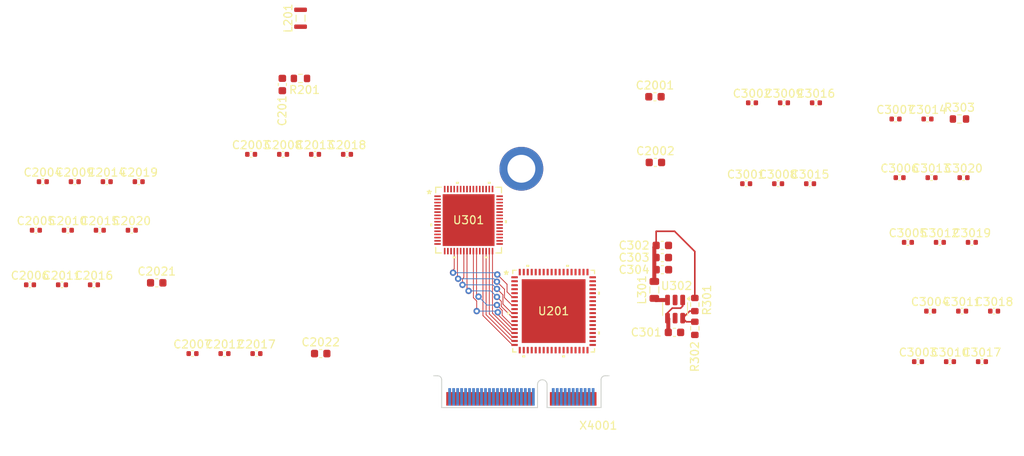
<source format=kicad_pcb>
(kicad_pcb (version 20240108) (generator "pcbnew") (generator_version "8.0")
  (layers (0 "F.Cu" signal) (1 "In1.Cu" signal) (2 "In2.Cu" signal) (31 "B.Cu" signal) (34 "B.Paste" user) (35 "F.Paste" user) (36 "B.SilkS" user "B.Silkscreen") (37 "F.SilkS" user "F.Silkscreen") (38 "B.Mask" user) (39 "F.Mask" user) (44 "Edge.Cuts" user))
  (net 0 "")
  (net 1 "/PHY_Reset#")
  (net 2 "Net-(U201A-RESET_N)")
  (net 3 "+3V3")
  (net 4 "+1V1")
  (net 5 "+1V2")
  (net 6 "/PCI_ETH_Controller/1V2_SW_OUT")
  (net 7 "Net-(U302-SW)")
  (net 8 "Net-(U302-FB)")
  (net 10 "/PCIE.PERST#")
  (net 12 "/4Port_T1_switch/RGMII.RXD1")
  (net 13 "/4Port_T1_switch/RGMII.TX_CLK")
  (net 15 "/4Port_T1_switch/RGMII.TXD3")
  (net 18 "/4Port_T1_switch/RGMII.RXD2")
  (net 19 "/PCIE.RX_P")
  (net 22 "/PCIE.RX_N")
  (net 25 "/PCIE.TX_P")
  (net 26 "/4Port_T1_switch/RGMII.RXD0")
  (net 28 "/4Port_T1_switch/RGMII.TXD0")
  (net 29 "/PCIE.CLKREQ#")
  (net 30 "/4Port_T1_switch/RGMII.RX_CLK")
  (net 31 "/PCIE.CLK_N")
  (net 35 "/PCIE.WAKE#")
  (net 36 "/4Port_T1_switch/RGMII.RXD3")
  (net 37 "/PCIE.CLK_P")
  (net 38 "/4Port_T1_switch/RGMII.TXD1")
  (net 39 "+2V5")
  (net 40 "/4Port_T1_switch/RGMII.RX_CTL")
  (net 41 "/4Port_T1_switch/RGMII.TX_CTL")
  (net 44 "/PCIE.TX_N")
  (net 45 "/MDC")
  (net 46 "/PHY_Int#")
  (net 47 "/4Port_T1_switch/MDIO")
  (net 48 "/4Port_T1_switch/RGMII.TXD2")
  (net 50 "/4Port_T1_switch/SPI.CLK")
  (net 56 "/4Port_T1_switch/SPI.CS#")
  (net 57 "/4Port_T1_switch/SPI.MISO")
  (net 58 "/4Port_T1_switch/WAKE_OUT")
  (net 63 "/4Port_T1_switch/INH")
  (net 64 "/4Port_T1_switch/SPI.MOSI")
  (footprint "Capacitor_SMD:C_0402_1005Metric" (layer "F.Cu") (at 197.222 118.364)
    (property "Reference" "C3020")
    (property "Value" "100n 25V")
  )
  (footprint "Capacitor_SMD:C_0402_1005Metric" (layer "F.Cu") (at 193.212 118.364)
    (property "Reference" "C3013")
    (property "Value" "100n 25V")
  )
  (footprint "Capacitor_SMD:C_0402_1005Metric" (layer "F.Cu") (at 170.688 108.966)
    (property "Reference" "C3002")
    (property "Value" "100n 25V")
  )
  (footprint "Capacitor_SMD:C_0402_1005Metric" (layer "F.Cu") (at 178.708 108.966)
    (property "Reference" "C3016")
    (property "Value" "100n 25V")
  )
  (footprint "Capacitor_SMD:C_0402_1005Metric" (layer "F.Cu") (at 197.05 135.128)
    (property "Reference" "C3011")
    (property "Value" "100n 25V")
  )
  (footprint "Capacitor_SMD:C_0402_1005Metric" (layer "F.Cu") (at 189.202 118.364)
    (property "Reference" "C3006")
    (property "Value" "100n 25V")
  )
  (footprint "Capacitor_SMD:C_0603_1608Metric" (layer "F.Cu") (at 158.509 108.204)
    (property "Reference" "C2001")
    (property "Value" "10u 10V")
  )
  (footprint "Capacitor_SMD:C_0402_1005Metric" (layer "F.Cu") (at 199.536 141.478)
    (property "Reference" "C3017")
    (property "Value" "100n 25V")
  )
  (footprint "Capacitor_SMD:C_0402_1005Metric" (layer "F.Cu") (at 198.266 126.492)
    (property "Reference" "C3019")
    (property "Value" "100n 25V")
  )
  (footprint "Capacitor_SMD:C_0402_1005Metric" (layer "F.Cu") (at 92.869 124.968)
    (property "Reference" "C2020")
    (property "Value" "100n 25V")
  )
  (footprint "Resistor_SMD:R_0603_1608Metric" (layer "F.Cu") (at 114.033 105.905 180)
    (property "Reference" "R201")
    (property "Value" "10K")
  )
  (footprint "Capacitor_SMD:C_0402_1005Metric" (layer "F.Cu") (at 169.954 119.126)
    (property "Reference" "C3001")
    (property "Value" "100n 25V")
  )
  (footprint "Capacitor_SMD:C_0603_1608Metric" (layer "F.Cu") (at 116.573 140.462)
    (property "Reference" "C2022")
    (property "Value" "10u 10V")
  )
  (footprint "Capacitor_SMD:C_0402_1005Metric" (layer "F.Cu") (at 88.859 124.968)
    (property "Reference" "C2015")
    (property "Value" "100n 25V")
  )
  (footprint "Capacitor_SMD:C_0402_1005Metric" (layer "F.Cu") (at 111.855 115.436)
    (property "Reference" "C2008")
    (property "Value" "100n 25V")
  )
  (footprint "Capacitor_SMD:C_0402_1005Metric" (layer "F.Cu") (at 173.964 119.126)
    (property "Reference" "C3008")
    (property "Value" "100n 25V")
  )
  (footprint "Capacitor_SMD:C_0402_1005Metric" (layer "F.Cu") (at 188.694 110.998)
    (property "Reference" "C3007")
    (property "Value" "100n 25V")
  )
  (footprint "Capacitor_SMD:C_0402_1005Metric" (layer "F.Cu") (at 100.492 140.462)
    (property "Reference" "C2007")
    (property "Value" "100n 25V")
  )
  (footprint "Capacitor_SMD:C_0603_1608Metric" (layer "F.Cu") (at 159.432998 128.4025)
    (property "Reference" "C303")
    (property "Value" "10u 10V" (hide yes))
  )
  (footprint "Capacitor_SMD:C_0603_1608Metric" (layer "F.Cu") (at 160.956999 137.8005)
    (property "Reference" "C301")
    (property "Value" "10u 10V" (hide yes))
  )
  (footprint "Capacitor_SMD:C_0402_1005Metric" (layer "F.Cu") (at 80.105 131.826)
    (property "Reference" "C2006")
    (property "Value" "100n 25V")
  )
  (footprint "Capacitor_SMD:C_0402_1005Metric" (layer "F.Cu") (at 174.698 108.966)
    (property "Reference" "C3009")
    (property "Value" "100n 25V")
  )
  (footprint "Capacitor_SMD:C_0603_1608Metric" (layer "F.Cu") (at 95.999 131.572)
    (property "Reference" "C2021")
    (property "Value" "10u 10V")
  )
  (footprint "Capacitor_SMD:C_0603_1608Metric" (layer "F.Cu") (at 159.445998 129.9265)
    (property "Reference" "C304")
    (property "Value" "10u 10V" (hide yes))
  )
  (footprint "Capacitor_SMD:C_0402_1005Metric" (layer "F.Cu") (at 80.839 124.968)
    (property "Reference" "C2005")
    (property "Value" "100n 25V")
  )
  (footprint "Capacitor_SMD:C_0402_1005Metric" (layer "F.Cu") (at 108.512 140.462)
    (property "Reference" "C2017")
    (property "Value" "100n 25V")
  )
  (footprint "Capacitor_SMD:C_0402_1005Metric" (layer "F.Cu") (at 115.865 115.436)
    (property "Reference" "C2013")
    (property "Value" "100n 25V")
  )
  (footprint "Capacitor_SMD:C_0402_1005Metric" (layer "F.Cu") (at 190.246 126.492)
    (property "Reference" "C3005")
    (property "Value" "100n 25V")
  )
  (footprint "bt_footprints:L_0806_2016Metric" (layer "F.Cu") (at 114.046 98.3445 90)
    (property "Reference" "L201")
    (property "Value" "3.3uH")
  )
  (footprint "Capacitor_SMD:C_0402_1005Metric" (layer "F.Cu") (at 81.709 118.872)
    (property "Reference" "C2004")
    (property "Value" "100n 25V")
  )
  (footprint "Capacitor_SMD:C_0402_1005Metric" (layer "F.Cu") (at 177.974 119.126)
    (property "Reference" "C3015")
    (property "Value" "100n 25V")
  )
  (footprint "Inductor_SMD:L_0805_2012Metric" (layer "F.Cu") (at 158.429998 132.466501 90)
    (property "Reference" "L301")
    (property "Value" "1uH" (hide yes))
  )
  (footprint "Capacitor_SMD:C_0402_1005Metric" (layer "F.Cu") (at 93.739 118.872)
    (property "Reference" "C2019")
    (property "Value" "100n 25V")
  )
  (footprint "Capacitor_SMD:C_0402_1005Metric" (layer "F.Cu") (at 192.704 110.998)
    (property "Reference" "C3014")
    (property "Value" "100n 25V")
  )
  (footprint "Capacitor_SMD:C_0402_1005Metric" (layer "F.Cu") (at 85.719 118.872)
    (property "Reference" "C2009")
    (property "Value" "100n 25V")
  )
  (footprint "bt_footprints:VQFN64_KCX_6.5X6.5EPAD_MCH" (layer "F.Cu") (at 135.128 123.698)
    (property "Reference" "U301")
    (property "Value" "LAN9370-V/KCXVAO")
  )
  (footprint "Resistor_SMD:R_0603_1608Metric" (layer "F.Cu") (at 196.714 110.998)
    (property "Reference" "R303")
    (property "Value" "10K")
  )
  (footprint "Capacitor_SMD:C_0603_1608Metric" (layer "F.Cu") (at 159.432999 126.878501)
    (property "Reference" "C302")
    (property "Value" "10u 10V" (hide yes))
  )
  (footprint "bt_footprints:SQFN72_YXX_MCH" (layer "F.Cu") (at 145.796 135.128)
    (property "Reference" "U201")
    (property "Value" "LAN7431/YXX")
  )
  (footprint "Resistor_SMD:R_0603_1608Metric" (layer "F.Cu") (at 163.509998 134.3075 -90)
    (property "Reference" "R301")
    (property "Value" "10K" (hide yes))
  )
  (footprint "Capacitor_SMD:C_0402_1005Metric" (layer "F.Cu") (at 195.526 141.478)
    (property "Reference" "C3010")
    (property "Value" "100n 25V")
  )
  (footprint "Package_TO_SOT_SMD:SOT-23-6" (layer "F.Cu") (at 161.036 134.874 -90)
    (property "Reference" "U302")
    (property "Value" "TPS62A01" (hide yes))
  )
  (footprint "Capacitor_SMD:C_0402_1005Metric" (layer "F.Cu") (at 89.729 118.872)
    (property "Reference" "C2014")
    (property "Value" "100n 25V")
  )
  (footprint "Capacitor_SMD:C_0402_1005Metric" (layer "F.Cu") (at 191.516 141.478)
    (property "Reference" "C3003")
    (property "Value" "100n 25V")
  )
  (footprint "Capacitor_SMD:C_0402_1005Metric" (layer "F.Cu") (at 88.125 131.826)
    (property "Reference" "C2016")
    (property "Value" "100n 25V")
  )
  (footprint "Capacitor_SMD:C_0402_1005Metric" (layer "F.Cu") (at 201.06 135.128)
    (property "Reference" "C3018")
    (property "Value" "100n 25V")
  )
  (footprint "bt_footprints:M.2_KEY_E" (layer "F.Cu") (at 141.75 147.25)
    (property "Reference" "X4001")
    (property "Value" "~")
    (fp_line (start -10.499999 -4.000001) (end -11 -4) (stroke (width 0.12)) (layer "Edge.Cuts"))
    (fp_line (start -10 0) (end -10 -3.5) (stroke (width 0.12)) (layer "Edge.Cuts"))
    (fp_line (start -10 0) (end 2.025 0) (stroke (width 0.12)) (layer "Edge.Cuts"))
    (fp_line (start 2.025 -2.9) (end 2.025 0) (stroke (width 0.12)) (layer "Edge.Cuts"))
    (fp_line (start 3.225 -2.9) (end 3.225 0) (stroke (width 0.12)) (layer "Edge.Cuts"))
    (fp_line (start 3.225 0) (end 10 0) (stroke (width 0.12)) (layer "Edge.Cuts"))
    (fp_line (start 10 0) (end 10 -3.5) (stroke (width 0.12)) (layer "Edge.Cuts"))
    (fp_line (start 10.5 -4) (end 11 -4) (stroke (width 0.12)) (layer "Edge.Cuts"))
    (fp_arc (start -10.499999 -4.000001) (mid -10.146446 -3.853554) (end -9.999999 -3.500001) (stroke (width 0.12)) (layer "Edge.Cuts"))
    (fp_arc (start 2.025 -2.9) (mid 2.625 -3.5) (end 3.225 -2.9) (stroke (width 0.12)) (layer "Edge.Cuts"))
    (fp_arc (start 10 -3.5) (mid 10.146447 -3.853553) (end 10.5 -4) (stroke (width 0.12)) (layer "Edge.Cuts"))
  )
  (footprint "Capacitor_SMD:C_0402_1005Metric" (layer "F.Cu") (at 84.115 131.826)
    (property "Reference" "C2011")
    (property "Value" "100n 25V")
  )
  (footprint "Capacitor_SMD:C_0402_1005Metric" (layer "F.Cu") (at 104.502 140.462)
    (property "Reference" "C2012")
    (property "Value" "100n 25V")
  )
  (footprint "Capacitor_SMD:C_0402_1005Metric" (layer "F.Cu") (at 84.849 124.968)
    (property "Reference" "C2010")
    (property "Value" "100n 25V")
  )
  (footprint "Capacitor_SMD:C_0603_1608Metric" (layer "F.Cu") (at 158.565 116.455)
    (property "Reference" "C2002")
    (property "Value" "10u 10V")
  )
  (footprint "Capacitor_SMD:C_0402_1005Metric" (layer "F.Cu") (at 193.04 135.128)
    (property "Reference" "C3004")
    (property "Value" "100n 25V")
  )
  (footprint "Capacitor_SMD:C_0603_1608Metric" (layer "F.Cu") (at 111.76 106.667 -90)
    (property "Reference" "C201")
    (property "Value" "1n5 50V")
  )
  (footprint "Capacitor_SMD:C_0402_1005Metric" (layer "F.Cu") (at 194.256 126.492)
    (property "Reference" "C3012")
    (property "Value" "100n 25V")
  )
  (footprint "Capacitor_SMD:C_0402_1005Metric" (layer "F.Cu") (at 119.875 115.436)
    (property "Reference" "C2018")
    (property "Value" "100n 25V")
  )
  (footprint "Resistor_SMD:R_0603_1608Metric" (layer "F.Cu") (at 163.509998 137.292501 -90)
    (property "Reference" "R302")
    (property "Value" "12K" (hide yes))
  )
  (footprint "Capacitor_SMD:C_0402_1005Metric" (layer "F.Cu") (at 107.845 115.436)
    (property "Reference" "C2003")
    (property "Value" "100n 25V")
  )
  (segment (start 160.682501 134.7525) (end 161.731999 134.7525) (width 0.2) (layer "F.Cu") (net 3))
  (segment (start 160.181999 137.8005) (end 160.181999 136.107499) (width 0.5) (layer "F.Cu") (net 3))
  (segment (start 160.086001 136.0115) (end 160.086 135.349001) (width 0.2) (layer "F.Cu") (net 3))
  (segment (start 160.086 135.349001) (end 160.682501 134.7525) (width 0.2) (layer "F.Cu") (net 3))
  (segment (start 161.985999 134.498501) (end 161.985998 133.7365) (width 0.2) (layer "F.Cu") (net 3))
  (segment (start 160.181999 136.107499) (end 160.086001 136.0115) (width 0.5) (layer "F.Cu") (net 3))
  (segment (start 161.731999 134.7525) (end 161.985999 134.498501) (width 0.2) (layer "F.Cu") (net 3))
  (segment (start 163.509998 133.482501) (end 163.509998 127.6405) (width 0.2) (layer "F.Cu") (net 4))
  (segment (start 163.509998 127.6405) (end 163.128999 127.259501) (width 0.2) (layer "F.Cu") (net 4))
  (segment (start 160.969999 125.100501) (end 158.683999 125.100501) (width 0.2) (layer "F.Cu") (net 4))
  (segment (start 158.429999 127.1065) (end 158.657998 126.878501) (width 0.5) (layer "F.Cu") (net 4))
  (segment (start 158.657998 125.126501) (end 158.657998 126.878501) (width 0.2) (layer "F.Cu") (net 4))
  (segment (start 163.128999 127.259501) (end 160.969999 125.100501) (width 0.2) (layer "F.Cu") (net 4))
  (segment (start 158.683999 125.100501) (end 158.657998 125.126501) (width 0.2) (layer "F.Cu") (net 4))
  (segment (start 158.429998 131.404) (end 158.429999 127.1065) (width 0.5) (layer "F.Cu") (net 4))
  (segment (start 158.637498 133.7365) (end 158.429998 133.529001) (width 0.5) (layer "F.Cu") (net 7))
  (segment (start 160.086001 133.7365) (end 158.637498 133.7365) (width 0.5) (layer "F.Cu") (net 7))
  (segment (start 163.509998 135.1325) (end 162.864998 135.1325) (width 0.2) (layer "F.Cu") (net 8))
  (segment (start 162.864998 135.1325) (end 161.985998 136.0115) (width 0.2) (layer "F.Cu") (net 8))
  (segment (start 162.441998 136.467501) (end 161.985998 136.0115) (width 0.2) (layer "F.Cu") (net 8))
  (segment (start 163.509998 136.467501) (end 162.441998 136.467501) (width 0.2) (layer "F.Cu") (net 8))
  (segment (start 140.619601 138.378001) (end 137.728 135.4864) (width 0.1) (layer "F.Cu") (net 12))
  (segment (start 137.728 135.4864) (end 137.728 127.5945) (width 0.1) (layer "F.Cu") (net 12))
  (segment (start 140.8962 138.378001) (end 140.619601 138.378001) (width 0.1) (layer "F.Cu") (net 12))
  (segment (start 134.928 132.388) (end 134.928 127.5945) (width 0.1) (layer "F.Cu") (net 13))
  (segment (start 140.8962 135.878001) (end 140.564802 135.878001) (width 0.1) (layer "F.Cu") (net 13))
  (segment (start 139.234 133.9) (end 138.684 133.35) (width 0.1) (layer "F.Cu") (net 13))
  (segment (start 135.128 132.588) (end 134.928 132.388) (width 0.1) (layer "F.Cu") (net 13))
  (segment (start 140.564802 135.878001) (end 139.234 134.547199) (width 0.1) (layer "F.Cu") (net 13))
  (segment (start 139.234 134.547199) (end 139.234 133.9) (width 0.1) (layer "F.Cu") (net 13))
  (via (at 135.128 132.588) (size 0.8) (drill 0.4) (layers "F.Cu" "B.Cu") (net 13))
  (via (at 138.684 133.35) (size 0.8) (drill 0.4) (layers "F.Cu" "B.Cu") (net 13))
  (segment (start 138.684 133.35) (end 137.922 132.588) (width 0.1) (layer "B.Cu") (net 13))
  (segment (start 137.922 132.588) (end 135.128 132.588) (width 0.1) (layer "B.Cu") (net 13))
  (segment (start 137.328001 135.5864) (end 137.328001 127.5945) (width 0.1) (layer "F.Cu") (net 18))
  (segment (start 140.8962 138.878) (end 140.619601 138.878) (width 0.1) (layer "F.Cu") (net 18))
  (segment (start 140.619601 138.878) (end 137.328001 135.5864) (width 0.1) (layer "F.Cu") (net 18))
  (segment (start 140.8962 137.878) (end 140.619601 137.878) (width 0.1) (layer "F.Cu") (net 26))
  (segment (start 140.619601 137.878) (end 138.127999 135.386398) (width 0.1) (layer "F.Cu") (net 26))
  (segment (start 138.127999 135.386398) (end 138.127999 127.5945) (width 0.1) (layer "F.Cu") (net 26))
  (segment (start 133.728 130.976) (end 133.728 127.5945) (width 0.1) (layer "F.Cu") (net 28))
  (segment (start 139.634 132.390019) (end 138.677999 131.434018) (width 0.1) (layer "F.Cu") (net 28))
  (segment (start 139.634 133.447199) (end 139.634 132.390019) (width 0.1) (layer "F.Cu") (net 28))
  (segment (start 140.5648 134.377999) (end 139.634 133.447199) (width 0.1) (layer "F.Cu") (net 28))
  (segment (start 133.816 131.064) (end 133.728 130.976) (width 0.1) (layer "F.Cu") (net 28))
  (segment (start 140.8962 134.377999) (end 140.5648 134.377999) (width 0.1) (layer "F.Cu") (net 28))
  (via (at 133.816 131.064) (size 0.8) (drill 0.4) (layers "F.Cu" "B.Cu") (net 28))
  (via (at 138.677999 131.434018) (size 0.8) (drill 0.4) (layers "F.Cu" "B.Cu") (net 28))
  (segment (start 138.307981 131.064) (end 133.816 131.064) (width 0.1) (layer "B.Cu") (net 28))
  (segment (start 138.677999 131.434018) (end 138.307981 131.064) (width 0.1) (layer "B.Cu") (net 28))
  (segment (start 140.8962 136.877999) (end 140.5648 136.877999) (width 0.1) (layer "F.Cu") (net 30))
  (segment (start 140.5648 136.877999) (end 139.34271 135.655909) (width 0.1) (layer "F.Cu") (net 30))
  (segment (start 136.378 133.314182) (end 136.128001 133.064183) (width 0.1) (layer "F.Cu") (net 30))
  (segment (start 139.34271 135.655909) (end 139.34271 135.02471) (width 0.1) (layer "F.Cu") (net 30))
  (segment (start 139.34271 135.02471) (end 138.684 134.366) (width 0.1) (layer "F.Cu") (net 30))
  (segment (start 136.128001 133.064183) (end 136.128001 127.5945) (width 0.1) (layer "F.Cu") (net 30))
  (via (at 136.378 133.314182) (size 0.8) (drill 0.4) (layers "F.Cu" "B.Cu") (net 30))
  (via (at 138.684 134.366) (size 0.8) (drill 0.4) (layers "F.Cu" "B.Cu") (net 30))
  (segment (start 137.429818 134.366) (end 136.378 133.314182) (width 0.1) (layer "B.Cu") (net 30))
  (segment (start 138.684 134.366) (end 137.429818 134.366) (width 0.1) (layer "B.Cu") (net 30))
  (segment (start 136.927999 135.686397) (end 136.927999 127.5945) (width 0.1) (layer "F.Cu") (net 36))
  (segment (start 140.8962 139.377999) (end 140.619601 139.377999) (width 0.1) (layer "F.Cu") (net 36))
  (segment (start 140.619601 139.377999) (end 136.927999 135.686397) (width 0.1) (layer "F.Cu") (net 36))
  (segment (start 140.8962 133.378001) (end 140.619601 133.378001) (width 0.1) (layer "F.Cu") (net 38))
  (segment (start 140.619601 133.378001) (end 139.954 132.7124) (width 0.1) (layer "F.Cu") (net 38))
  (segment (start 139.954 132.7124) (end 139.954 131.759839) (width 0.1) (layer "F.Cu") (net 38))
  (segment (start 133.328001 129.815999) (end 133.328001 127.5945) (width 0.1) (layer "F.Cu") (net 38))
  (segment (start 133.178 129.966) (end 133.328001 129.815999) (width 0.1) (layer "F.Cu") (net 38))
  (segment (start 133.178 130.302) (end 133.178 129.966) (width 0.1) (layer "F.Cu") (net 38))
  (segment (start 139.954 131.759839) (end 138.72966 130.535499) (width 0.1) (layer "F.Cu") (net 38))
  (via (at 138.72966 130.535499) (size 0.8) (drill 0.4) (layers "F.Cu" "B.Cu") (net 38))
  (via (at 133.178 130.302) (size 0.8) (drill 0.4) (layers "F.Cu" "B.Cu") (net 38))
  (segment (start 138.72966 130.535499) (end 138.496161 130.302) (width 0.1) (layer "B.Cu") (net 38))
  (segment (start 138.496161 130.302) (end 133.178 130.302) (width 0.1) (layer "B.Cu") (net 38))
  (segment (start 136.144 135.128) (end 136.144 133.858) (width 0.1) (layer "F.Cu") (net 40))
  (segment (start 138.79271 135.55111) (end 138.79271 135.27329) (width 0.1) (layer "F.Cu") (net 40))
  (segment (start 140.619601 137.378001) (end 138.79271 135.55111) (width 0.1) (layer "F.Cu") (net 40))
  (segment (start 136.144 133.858) (end 135.727999 133.441999) (width 0.1) (layer "F.Cu") (net 40))
  (segment (start 140.8962 137.378001) (end 140.619601 137.378001) (width 0.1) (layer "F.Cu") (net 40))
  (segment (start 135.727999 133.441999) (end 135.727999 127.5945) (width 0.1) (layer "F.Cu") (net 40))
  (via (at 138.79271 135.27329) (size 0.8) (drill 0.4) (layers "F.Cu" "B.Cu") (net 40))
  (via (at 136.144 135.128) (size 0.8) (drill 0.4) (layers "F.Cu" "B.Cu") (net 40))
  (segment (start 136.144 135.128) (end 138.64742 135.128) (width 0.1) (layer "B.Cu") (net 40))
  (segment (start 138.64742 135.128) (end 138.79271 135.27329) (width 0.1) (layer "B.Cu") (net 40))
  (segment (start 139.434 133.084) (end 138.684 132.334) (width 0.1) (layer "F.Cu") (net 41))
  (segment (start 139.434 134.247199) (end 139.434 133.084) (width 0.1) (layer "F.Cu") (net 41))
  (segment (start 134.528001 130.901999) (end 134.528001 127.5945) (width 0.1) (layer "F.Cu") (net 41))
  (segment (start 140.564801 135.378) (end 139.434 134.247199) (width 0.1) (layer "F.Cu") (net 41))
  (segment (start 134.366 131.826) (end 134.366 131.064) (width 0.1) (layer "F.Cu") (net 41))
  (segment (start 134.366 131.064) (end 134.528001 130.901999) (width 0.1) (layer "F.Cu") (net 41))
  (segment (start 140.8962 135.378) (end 140.564801 135.378) (width 0.1) (layer "F.Cu") (net 41))
  (via (at 138.684 132.334) (size 0.8) (drill 0.4) (layers "F.Cu" "B.Cu") (net 41))
  (via (at 134.366 131.826) (size 0.8) (drill 0.4) (layers "F.Cu" "B.Cu") (net 41))
  (segment (start 138.176 131.826) (end 134.366 131.826) (width 0.1) (layer "B.Cu") (net 41))
  (segment (start 138.684 132.334) (end 138.176 131.826) (width 0.1) (layer "B.Cu") (net 41))
)
</source>
